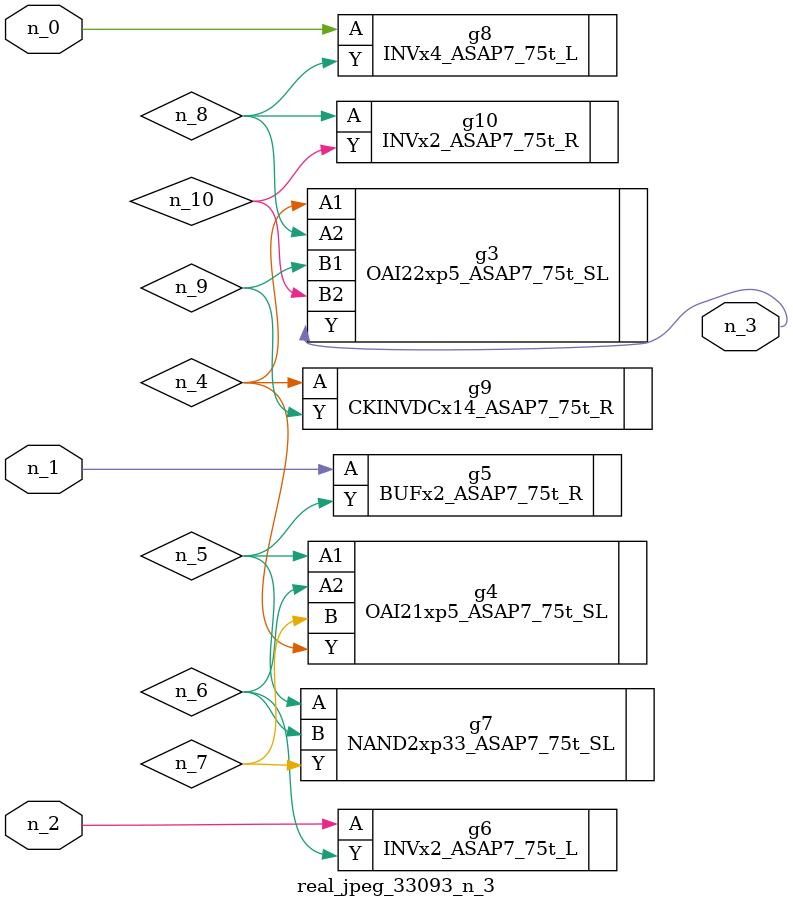
<source format=v>
module real_jpeg_33093_n_3 (n_1, n_0, n_2, n_3);

input n_1;
input n_0;
input n_2;

output n_3;

wire n_5;
wire n_8;
wire n_4;
wire n_6;
wire n_7;
wire n_10;
wire n_9;

INVx4_ASAP7_75t_L g8 ( 
.A(n_0),
.Y(n_8)
);

BUFx2_ASAP7_75t_R g5 ( 
.A(n_1),
.Y(n_5)
);

INVx2_ASAP7_75t_L g6 ( 
.A(n_2),
.Y(n_6)
);

OAI22xp5_ASAP7_75t_SL g3 ( 
.A1(n_4),
.A2(n_8),
.B1(n_9),
.B2(n_10),
.Y(n_3)
);

CKINVDCx14_ASAP7_75t_R g9 ( 
.A(n_4),
.Y(n_9)
);

OAI21xp5_ASAP7_75t_SL g4 ( 
.A1(n_5),
.A2(n_6),
.B(n_7),
.Y(n_4)
);

NAND2xp33_ASAP7_75t_SL g7 ( 
.A(n_5),
.B(n_6),
.Y(n_7)
);

INVx2_ASAP7_75t_R g10 ( 
.A(n_8),
.Y(n_10)
);


endmodule
</source>
